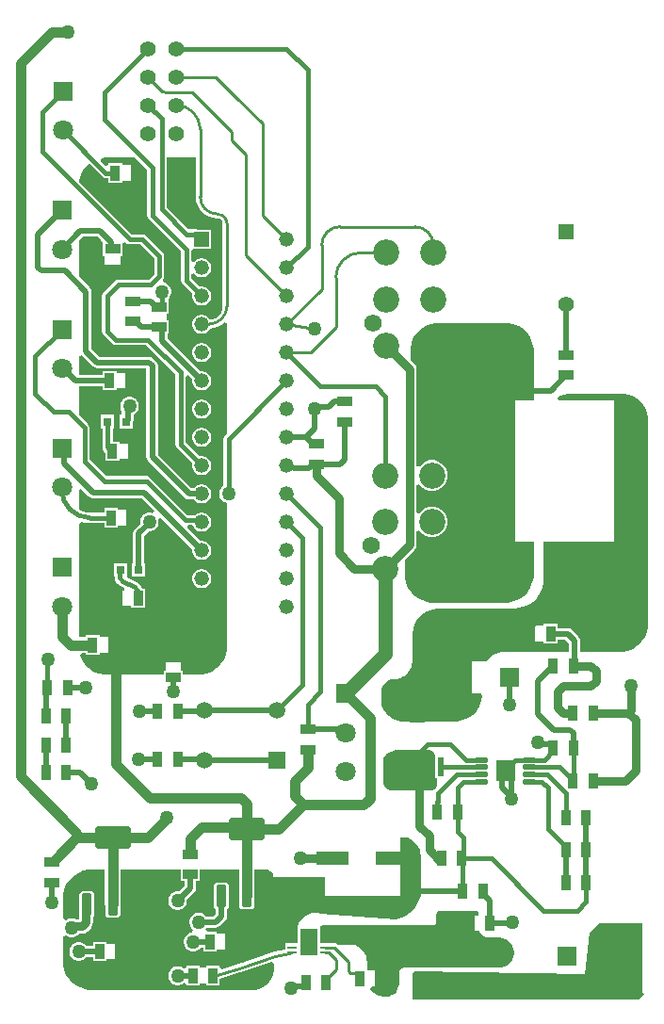
<source format=gbr>
%TF.GenerationSoftware,Altium Limited,Altium Designer,24.10.1 (45)*%
G04 Layer_Physical_Order=1*
G04 Layer_Color=255*
%FSLAX25Y25*%
%MOIN*%
%TF.SameCoordinates,F49E7BB8-28A7-4C0D-84C7-1FE184DCB0B3*%
%TF.FilePolarity,Positive*%
%TF.FileFunction,Copper,L1,Top,Signal*%
%TF.Part,Single*%
G01*
G75*
%TA.AperFunction,Conductor*%
%ADD10C,0.01500*%
%ADD11C,0.01000*%
%ADD12C,0.02000*%
%TA.AperFunction,SMDPad,CuDef*%
%ADD13R,0.10050X0.18500*%
%ADD14R,0.05300X0.03200*%
%ADD15R,0.02200X0.06550*%
%ADD16R,0.03150X0.03150*%
%ADD17R,0.03200X0.05300*%
%ADD18R,0.11800X0.04700*%
G04:AMPARAMS|DCode=19|XSize=77.95mil|YSize=127.17mil|CornerRadius=9.74mil|HoleSize=0mil|Usage=FLASHONLY|Rotation=90.000|XOffset=0mil|YOffset=0mil|HoleType=Round|Shape=RoundedRectangle|*
%AMROUNDEDRECTD19*
21,1,0.07795,0.10768,0,0,90.0*
21,1,0.05847,0.12717,0,0,90.0*
1,1,0.01949,0.05384,0.02923*
1,1,0.01949,0.05384,-0.02923*
1,1,0.01949,-0.05384,-0.02923*
1,1,0.01949,-0.05384,0.02923*
%
%ADD19ROUNDEDRECTD19*%
G04:AMPARAMS|DCode=20|XSize=77.95mil|YSize=36.61mil|CornerRadius=4.58mil|HoleSize=0mil|Usage=FLASHONLY|Rotation=90.000|XOffset=0mil|YOffset=0mil|HoleType=Round|Shape=RoundedRectangle|*
%AMROUNDEDRECTD20*
21,1,0.07795,0.02746,0,0,90.0*
21,1,0.06880,0.03661,0,0,90.0*
1,1,0.00915,0.01373,0.03440*
1,1,0.00915,0.01373,-0.03440*
1,1,0.00915,-0.01373,-0.03440*
1,1,0.00915,-0.01373,0.03440*
%
%ADD20ROUNDEDRECTD20*%
%TA.AperFunction,ConnectorPad*%
%ADD21R,0.03200X0.05300*%
%TA.AperFunction,SMDPad,CuDef*%
G04:AMPARAMS|DCode=22|XSize=17.72mil|YSize=45.28mil|CornerRadius=1.95mil|HoleSize=0mil|Usage=FLASHONLY|Rotation=270.000|XOffset=0mil|YOffset=0mil|HoleType=Round|Shape=RoundedRectangle|*
%AMROUNDEDRECTD22*
21,1,0.01772,0.04138,0,0,270.0*
21,1,0.01382,0.04528,0,0,270.0*
1,1,0.00390,-0.02069,-0.00691*
1,1,0.00390,-0.02069,0.00691*
1,1,0.00390,0.02069,0.00691*
1,1,0.00390,0.02069,-0.00691*
%
%ADD22ROUNDEDRECTD22*%
G04:AMPARAMS|DCode=23|XSize=68.11mil|YSize=72.84mil|CornerRadius=2.04mil|HoleSize=0mil|Usage=FLASHONLY|Rotation=180.000|XOffset=0mil|YOffset=0mil|HoleType=Round|Shape=RoundedRectangle|*
%AMROUNDEDRECTD23*
21,1,0.06811,0.06875,0,0,180.0*
21,1,0.06402,0.07284,0,0,180.0*
1,1,0.00409,-0.03201,0.03437*
1,1,0.00409,0.03201,0.03437*
1,1,0.00409,0.03201,-0.03437*
1,1,0.00409,-0.03201,-0.03437*
%
%ADD23ROUNDEDRECTD23*%
%ADD24R,0.03347X0.01102*%
%TA.AperFunction,SMDPad,SMDef*%
%ADD25R,0.06496X0.09449*%
%TA.AperFunction,SMDPad,CuDef*%
%ADD26R,0.06700X0.06500*%
%TA.AperFunction,Conductor*%
%ADD27C,0.03000*%
%ADD28C,0.03500*%
%ADD29C,0.05000*%
%TA.AperFunction,ComponentPad*%
%ADD30C,0.06200*%
%ADD31C,0.09200*%
%ADD32C,0.05500*%
%ADD33R,0.05600X0.05600*%
%ADD34C,0.05600*%
%ADD35C,0.07087*%
%ADD36R,0.07087X0.07087*%
%ADD37R,0.05200X0.05200*%
%ADD38C,0.05200*%
%ADD39R,0.07087X0.07087*%
%ADD40C,0.02000*%
%ADD41C,0.05900*%
%ADD42R,0.05900X0.05900*%
%TA.AperFunction,ViaPad*%
%ADD43C,0.05000*%
%ADD44C,0.01575*%
G36*
X308971Y389500D02*
X308964D01*
X309108Y388030D01*
X309537Y386616D01*
X310234Y385313D01*
X311171Y384171D01*
X312313Y383234D01*
X313616Y382537D01*
X315030Y382108D01*
X316500Y381964D01*
X316500Y381964D01*
X317407Y381739D01*
X317906Y381406D01*
X318337Y380761D01*
X318479Y380044D01*
X318471Y380000D01*
Y351000D01*
X318484Y350933D01*
X318323Y349708D01*
X317824Y348504D01*
X317030Y347470D01*
X315996Y346676D01*
X314792Y346177D01*
X314017Y346075D01*
X313721Y346588D01*
X313088Y347221D01*
X312312Y347668D01*
X311448Y347900D01*
X310552D01*
X309688Y347668D01*
X308912Y347221D01*
X308279Y346588D01*
X307832Y345812D01*
X307600Y344948D01*
Y344052D01*
X307832Y343188D01*
X308279Y342412D01*
X308912Y341779D01*
X309688Y341332D01*
X310552Y341100D01*
X311448D01*
X312312Y341332D01*
X313088Y341779D01*
X313721Y342412D01*
X314070Y343017D01*
X315068Y343116D01*
X316576Y343573D01*
X317966Y344316D01*
X319000Y345165D01*
X320000Y344882D01*
Y306023D01*
X319238Y305262D01*
X318851Y304683D01*
X318716Y304000D01*
Y287280D01*
X318474Y287141D01*
X317859Y286526D01*
X317425Y285774D01*
X317200Y284934D01*
Y284066D01*
X317425Y283226D01*
X317859Y282474D01*
X318474Y281859D01*
X319226Y281425D01*
X320000Y281218D01*
Y230500D01*
Y229515D01*
X319616Y227583D01*
X318862Y225763D01*
X317768Y224125D01*
X316375Y222732D01*
X314737Y221638D01*
X312917Y220884D01*
X310985Y220500D01*
X304450D01*
Y221850D01*
X303758D01*
Y224750D01*
X303727Y224827D01*
X303650Y224858D01*
X298350D01*
X298273Y224827D01*
X298242Y224750D01*
Y221850D01*
X297550D01*
Y220500D01*
X276515D01*
X274583Y220884D01*
X272763Y221638D01*
X271125Y222732D01*
X269732Y224125D01*
X268638Y225763D01*
X268032Y227226D01*
X268548Y228226D01*
X270050D01*
Y227550D01*
X274850D01*
Y228242D01*
X277750D01*
X277826Y228274D01*
X277858Y228350D01*
Y233650D01*
X277826Y233727D01*
X277750Y233758D01*
X274850D01*
Y234450D01*
X270050D01*
Y233774D01*
X267500D01*
Y273908D01*
X268500Y274636D01*
X269656Y274359D01*
X271500Y274214D01*
Y274216D01*
X276550D01*
Y272550D01*
X281350D01*
Y273242D01*
X284250D01*
X284327Y273273D01*
X284358Y273350D01*
Y278650D01*
X284327Y278727D01*
X284250Y278758D01*
X281350D01*
Y279450D01*
X276550D01*
Y277784D01*
X271500D01*
X271419Y277768D01*
X269893Y277919D01*
X268347Y278387D01*
X267500Y278840D01*
Y285810D01*
X268424Y286192D01*
X271058Y283558D01*
X271720Y283116D01*
X272500Y282961D01*
X289655D01*
X294160Y278456D01*
X294047Y278198D01*
X293573Y277629D01*
X292934Y277800D01*
X292066D01*
X291226Y277575D01*
X290474Y277141D01*
X289859Y276526D01*
X289425Y275774D01*
X289200Y274935D01*
Y274065D01*
X289254Y273864D01*
X287306Y271916D01*
X286864Y271254D01*
X286709Y270474D01*
Y259875D01*
X286373D01*
Y255125D01*
X291123D01*
Y259875D01*
X290787D01*
Y269629D01*
X292358Y271200D01*
X292934D01*
X293774Y271425D01*
X294526Y271859D01*
X295141Y272474D01*
X295575Y273226D01*
X295800Y274065D01*
Y274935D01*
X295629Y275573D01*
X296198Y276047D01*
X296456Y276160D01*
X307614Y265002D01*
X307600Y264948D01*
Y264052D01*
X307832Y263188D01*
X308279Y262412D01*
X308912Y261779D01*
X309688Y261332D01*
X310552Y261100D01*
X311448D01*
X312312Y261332D01*
X313088Y261779D01*
X313721Y262412D01*
X314168Y263188D01*
X314400Y264052D01*
Y264948D01*
X314168Y265812D01*
X313721Y266588D01*
X313088Y267221D01*
X312312Y267668D01*
X311448Y267900D01*
X310552D01*
X310498Y267885D01*
X305989Y272395D01*
X306403Y273395D01*
X307776D01*
X307832Y273188D01*
X308279Y272412D01*
X308912Y271779D01*
X309688Y271332D01*
X310552Y271100D01*
X311448D01*
X312312Y271332D01*
X313088Y271779D01*
X313721Y272412D01*
X314168Y273188D01*
X314400Y274052D01*
Y274948D01*
X314168Y275812D01*
X313721Y276588D01*
X313088Y277221D01*
X312312Y277668D01*
X311448Y277900D01*
X310552D01*
X309688Y277668D01*
X308912Y277221D01*
X308655Y276964D01*
X306060D01*
X292762Y290262D01*
X292183Y290649D01*
X291500Y290784D01*
X277239D01*
X271284Y296739D01*
Y308000D01*
X271148Y308683D01*
X270762Y309262D01*
X270762Y309262D01*
X267500Y312523D01*
Y322461D01*
X276050D01*
Y321050D01*
X280850D01*
Y321742D01*
X283750D01*
X283826Y321774D01*
X283858Y321850D01*
Y327150D01*
X283826Y327226D01*
X283750Y327258D01*
X280850D01*
Y327950D01*
X276050D01*
Y326539D01*
X267500D01*
Y333342D01*
X268500Y333645D01*
X268558Y333558D01*
X272558Y329558D01*
X273220Y329116D01*
X274000Y328961D01*
X291461D01*
Y297500D01*
X291616Y296720D01*
X292058Y296058D01*
X305058Y283058D01*
X305720Y282616D01*
X306500Y282461D01*
X306500Y282461D01*
X308251D01*
X308279Y282412D01*
X308912Y281779D01*
X309688Y281332D01*
X310552Y281100D01*
X311448D01*
X312312Y281332D01*
X313088Y281779D01*
X313721Y282412D01*
X314168Y283188D01*
X314400Y284052D01*
Y284948D01*
X314168Y285812D01*
X313721Y286588D01*
X313088Y287221D01*
X312312Y287668D01*
X311448Y287900D01*
X310552D01*
X309688Y287668D01*
X308912Y287221D01*
X308279Y286588D01*
X307322Y286561D01*
X295539Y298345D01*
Y329828D01*
X295384Y330609D01*
X294942Y331270D01*
X294942Y331270D01*
X293770Y332442D01*
X293109Y332884D01*
X292328Y333039D01*
X274845D01*
X272039Y335845D01*
Y356000D01*
X271884Y356780D01*
X271442Y357442D01*
X267500Y361384D01*
Y374116D01*
X268845Y375461D01*
X274155D01*
X275454Y374162D01*
X276050Y373450D01*
X276050D01*
X276050Y373450D01*
Y368650D01*
X276742D01*
Y365750D01*
X276774Y365673D01*
X276850Y365642D01*
X282150D01*
X282226Y365673D01*
X282258Y365750D01*
Y368650D01*
X282950D01*
Y373112D01*
X283896Y373581D01*
X284238Y373238D01*
X284817Y372851D01*
X285500Y372716D01*
X289261D01*
X294216Y367761D01*
Y362239D01*
X292261Y360284D01*
X281500D01*
X280817Y360149D01*
X280238Y359762D01*
X280238Y359762D01*
X276238Y355762D01*
X275851Y355183D01*
X275716Y354500D01*
Y342000D01*
X275851Y341317D01*
X276238Y340738D01*
X279238Y337738D01*
X279817Y337351D01*
X280500Y337216D01*
X291261D01*
X301716Y326761D01*
Y302000D01*
X301852Y301317D01*
X302238Y300738D01*
X307691Y295286D01*
X307600Y294948D01*
Y294052D01*
X307832Y293188D01*
X308279Y292412D01*
X308912Y291779D01*
X309688Y291332D01*
X310552Y291100D01*
X311448D01*
X312312Y291332D01*
X313088Y291779D01*
X313721Y292412D01*
X314168Y293188D01*
X314400Y294052D01*
Y294948D01*
X314168Y295812D01*
X313721Y296588D01*
X313088Y297221D01*
X312312Y297668D01*
X311448Y297900D01*
X310552D01*
X310214Y297809D01*
X305284Y302739D01*
Y326025D01*
X306208Y326408D01*
X307614Y325002D01*
X307600Y324948D01*
Y324052D01*
X307832Y323188D01*
X308279Y322412D01*
X308912Y321779D01*
X309688Y321332D01*
X310552Y321100D01*
X311448D01*
X312312Y321332D01*
X313088Y321779D01*
X313721Y322412D01*
X314168Y323188D01*
X314400Y324052D01*
Y324948D01*
X314168Y325812D01*
X313721Y326588D01*
X313088Y327221D01*
X312312Y327668D01*
X311448Y327900D01*
X310552D01*
X310498Y327886D01*
X299018Y339366D01*
Y341050D01*
X299450D01*
Y345850D01*
X298758D01*
Y348150D01*
X299450D01*
Y352950D01*
X299450D01*
X299568Y353901D01*
X299641Y353974D01*
X300075Y354726D01*
X300300Y355566D01*
Y356434D01*
X300075Y357274D01*
X299641Y358026D01*
X299026Y358641D01*
X298274Y359075D01*
X297674Y359236D01*
X297351Y359939D01*
X297303Y360300D01*
X297649Y360817D01*
X297784Y361500D01*
Y368500D01*
X297649Y369183D01*
X297262Y369762D01*
X291262Y375762D01*
X290683Y376149D01*
X290000Y376284D01*
X286239D01*
X267589Y394934D01*
X267884Y396417D01*
X268638Y398237D01*
X269732Y399875D01*
X271125Y401267D01*
X271235Y401341D01*
X275838Y396738D01*
X275838Y396738D01*
X276417Y396352D01*
X277100Y396216D01*
X278050D01*
Y394550D01*
X282850D01*
Y395242D01*
X285750D01*
X285826Y395273D01*
X285858Y395350D01*
Y400650D01*
X285826Y400727D01*
X285750Y400758D01*
X282850D01*
Y401450D01*
X278050D01*
Y400988D01*
X277050Y400573D01*
X275371Y402253D01*
X275700Y403338D01*
X276515Y403500D01*
X287477D01*
X291716Y399261D01*
Y383000D01*
X291851Y382317D01*
X292238Y381738D01*
X303716Y370261D01*
Y360000D01*
X303852Y359317D01*
X304238Y358738D01*
X307691Y355286D01*
X307600Y354948D01*
Y354052D01*
X307832Y353188D01*
X308279Y352412D01*
X308912Y351779D01*
X309688Y351332D01*
X310552Y351100D01*
X311448D01*
X312312Y351332D01*
X313088Y351779D01*
X313721Y352412D01*
X314168Y353188D01*
X314400Y354052D01*
Y354948D01*
X314168Y355812D01*
X313721Y356588D01*
X313088Y357221D01*
X312312Y357668D01*
X311448Y357900D01*
X310552D01*
X310214Y357809D01*
X307284Y360739D01*
Y362136D01*
X308261Y362407D01*
X308284Y362407D01*
X308912Y361779D01*
X309688Y361332D01*
X310552Y361100D01*
X311448D01*
X312312Y361332D01*
X313088Y361779D01*
X313721Y362412D01*
X314168Y363188D01*
X314400Y364052D01*
Y364948D01*
X314168Y365812D01*
X313721Y366588D01*
X313088Y367221D01*
X312312Y367668D01*
X311448Y367900D01*
X310552D01*
X309688Y367668D01*
X308912Y367221D01*
X308284Y366593D01*
X308261Y366593D01*
X307284Y366864D01*
Y370231D01*
X307575Y371030D01*
X308246Y371100D01*
X314400D01*
Y377900D01*
X309980D01*
X309833Y377998D01*
X309150Y378134D01*
X306389D01*
X298667Y385856D01*
Y403500D01*
X308971D01*
Y389500D01*
D02*
G37*
G36*
X421417Y344616D02*
X423237Y343862D01*
X424875Y342768D01*
X426267Y341375D01*
X427362Y339737D01*
X428116Y337917D01*
X428500Y335985D01*
Y335000D01*
Y317608D01*
X422175D01*
X422098Y317577D01*
X422067Y317500D01*
Y267500D01*
X422098Y267424D01*
X422175Y267392D01*
X428500D01*
Y256000D01*
Y255015D01*
X428116Y253083D01*
X427362Y251263D01*
X426267Y249625D01*
X424875Y248233D01*
X423237Y247138D01*
X421417Y246384D01*
X419485Y246000D01*
X392015D01*
X390083Y246384D01*
X388263Y247138D01*
X386625Y248233D01*
X385232Y249625D01*
X384138Y251263D01*
X383384Y253083D01*
X383000Y255015D01*
Y261359D01*
X386302Y264662D01*
X386855Y265489D01*
X387049Y266464D01*
Y271106D01*
X388049Y271374D01*
X388179Y271149D01*
X389184Y270144D01*
X390416Y269433D01*
X391789Y269065D01*
X393211D01*
X394584Y269433D01*
X395816Y270144D01*
X396821Y271149D01*
X397532Y272380D01*
X397900Y273754D01*
Y275175D01*
X397532Y276549D01*
X396821Y277780D01*
X395816Y278786D01*
X394584Y279497D01*
X393211Y279865D01*
X391789D01*
X390416Y279497D01*
X389184Y278786D01*
X388179Y277780D01*
X388049Y277555D01*
X387049Y277823D01*
Y287641D01*
X388049Y287909D01*
X388179Y287684D01*
X389184Y286679D01*
X390416Y285968D01*
X391789Y285600D01*
X393211D01*
X394584Y285968D01*
X395816Y286679D01*
X396821Y287684D01*
X397532Y288916D01*
X397900Y290289D01*
Y291711D01*
X397532Y293084D01*
X396821Y294316D01*
X395816Y295321D01*
X394584Y296032D01*
X393211Y296400D01*
X391789D01*
X390416Y296032D01*
X389184Y295321D01*
X388179Y294316D01*
X388049Y294091D01*
X387049Y294359D01*
Y328693D01*
X386855Y329669D01*
X386302Y330496D01*
X384924Y331874D01*
X385000Y334500D01*
Y335985D01*
X385384Y337917D01*
X386138Y339737D01*
X387232Y341375D01*
X388625Y342768D01*
X390263Y343862D01*
X392083Y344616D01*
X394015Y345000D01*
X419485D01*
X421417Y344616D01*
D02*
G37*
G36*
X462271Y319635D02*
X464000Y318919D01*
X465556Y317879D01*
X466879Y316556D01*
X467919Y315000D01*
X468635Y313271D01*
X469000Y311436D01*
Y310500D01*
Y238500D01*
Y237515D01*
X468616Y235583D01*
X467862Y233763D01*
X466768Y232125D01*
X465375Y230732D01*
X463737Y229638D01*
X461917Y228884D01*
X459985Y228500D01*
X445039D01*
Y232500D01*
X444884Y233280D01*
X444442Y233942D01*
X441942Y236442D01*
X441280Y236884D01*
X440500Y237039D01*
X436950D01*
Y238450D01*
X432150D01*
Y237758D01*
X429250D01*
X429174Y237726D01*
X429142Y237650D01*
Y232350D01*
X429174Y232274D01*
X429250Y232242D01*
X432150D01*
Y231550D01*
X436950D01*
Y232961D01*
X439655D01*
X440961Y231655D01*
Y228500D01*
X418000D01*
X417265Y228464D01*
X415823Y228177D01*
X414465Y227614D01*
X413242Y226798D01*
X412202Y225758D01*
X411835Y225208D01*
X406600D01*
X406524Y225177D01*
X406492Y225100D01*
Y213900D01*
X406524Y213824D01*
X406600Y213792D01*
X409908D01*
X410456Y212792D01*
X410116Y211083D01*
X409362Y209263D01*
X408267Y207625D01*
X406875Y206233D01*
X405237Y205138D01*
X403417Y204384D01*
X401485Y204000D01*
X394500D01*
X385041Y203589D01*
X384207Y204000D01*
X384207Y204000D01*
X381712D01*
X380167Y204307D01*
X378711Y204910D01*
X377400Y205786D01*
X376286Y206900D01*
X375411Y208211D01*
X374807Y209666D01*
X374500Y211212D01*
Y214493D01*
X374692Y215458D01*
X375069Y216368D01*
X375616Y217187D01*
X376313Y217884D01*
X377132Y218431D01*
X378042Y218808D01*
X379008Y219000D01*
X379500D01*
X380088Y219029D01*
X381242Y219258D01*
X382328Y219708D01*
X383306Y220362D01*
X384138Y221194D01*
X384791Y222172D01*
X385242Y223258D01*
X385471Y224412D01*
X385500Y225000D01*
Y234000D01*
Y234985D01*
X385884Y236917D01*
X386638Y238737D01*
X387733Y240375D01*
X389125Y241768D01*
X390763Y242862D01*
X392583Y243616D01*
X394515Y244000D01*
X422000D01*
X422980Y244048D01*
X424903Y244431D01*
X426714Y245181D01*
X428344Y246270D01*
X429730Y247656D01*
X430819Y249286D01*
X431569Y251097D01*
X431952Y253020D01*
X432000Y254000D01*
Y267392D01*
X456775D01*
X456851Y267424D01*
X456883Y267500D01*
Y317500D01*
X456851Y317577D01*
X456775Y317608D01*
X437187D01*
X436884Y318608D01*
X437263Y318862D01*
X439083Y319616D01*
X441015Y320000D01*
X460436D01*
X462271Y319635D01*
D02*
G37*
G36*
X391744Y193866D02*
X392381Y193602D01*
X392955Y193219D01*
X393334Y192840D01*
X393600Y191950D01*
X393600Y191950D01*
X393600D01*
X393600Y191950D01*
Y183800D01*
X394223D01*
X394223Y181500D01*
X394223Y181102D01*
X393972Y180496D01*
X393238Y179762D01*
X393233Y179753D01*
X392621Y179500D01*
X392223Y179500D01*
X378379D01*
X377702Y179634D01*
X377066Y179898D01*
X376492Y180281D01*
X376005Y180769D01*
X375622Y181342D01*
X375358Y181979D01*
X375223Y182655D01*
Y189500D01*
X375223Y189943D01*
X375396Y190813D01*
X375736Y191631D01*
X376228Y192369D01*
X376410Y192550D01*
X377223Y193000D01*
X379723Y194000D01*
X379723D01*
X379724Y194000D01*
X391068D01*
X391744Y193866D01*
D02*
G37*
G36*
X383896Y162750D02*
X385079Y162260D01*
X386143Y161549D01*
X387049Y160643D01*
X387760Y159579D01*
X388250Y158396D01*
X388443Y157426D01*
X388500Y156501D01*
Y156500D01*
X388500Y156500D01*
X388500Y156500D01*
X388500Y147500D01*
X388664Y146779D01*
X388801Y145307D01*
X388744Y143829D01*
X388495Y142371D01*
X388058Y140959D01*
X387440Y139615D01*
X386652Y138364D01*
X385707Y137226D01*
X384623Y136221D01*
X383416Y135367D01*
X382108Y134677D01*
X380721Y134164D01*
X380000Y134000D01*
X353000Y136000D01*
X352379Y136141D01*
X351110Y136239D01*
X349847Y136087D01*
X348638Y135691D01*
X347529Y135068D01*
X346563Y134240D01*
X345777Y133239D01*
X345202Y132104D01*
X345008Y131524D01*
X344902D01*
Y125383D01*
X340670D01*
Y123301D01*
X336696Y122462D01*
X336612Y122427D01*
X336522Y122415D01*
X333002Y121226D01*
X326410Y119000D01*
X325331Y118636D01*
X323860Y118139D01*
X318259Y116329D01*
X317450Y116918D01*
Y117450D01*
X312650D01*
Y116758D01*
X310350D01*
Y117450D01*
X305550D01*
Y117031D01*
X304550Y116617D01*
X304526Y116641D01*
X303774Y117075D01*
X302935Y117300D01*
X302065D01*
X301226Y117075D01*
X300474Y116641D01*
X299859Y116026D01*
X299425Y115274D01*
X299200Y114434D01*
Y113566D01*
X299425Y112726D01*
X299859Y111974D01*
X300474Y111359D01*
X301226Y110925D01*
X302065Y110700D01*
X302935D01*
X303774Y110925D01*
X304526Y111359D01*
X304550Y111383D01*
X305550Y110969D01*
Y110550D01*
X310350D01*
Y111242D01*
X312650D01*
Y110550D01*
X317450D01*
Y112854D01*
X324810Y115232D01*
X324819Y115237D01*
X324829Y115238D01*
X335688Y118905D01*
X336500Y118322D01*
Y115761D01*
X336212Y114312D01*
X335646Y112947D01*
X334826Y111719D01*
X333781Y110674D01*
X332553Y109854D01*
X331188Y109288D01*
X329739Y109000D01*
X271015D01*
X269083Y109384D01*
X267263Y110138D01*
X265625Y111232D01*
X264232Y112625D01*
X263138Y114263D01*
X262384Y116083D01*
X262000Y118015D01*
Y119000D01*
Y127919D01*
X262974Y128359D01*
X263726Y127925D01*
X264565Y127700D01*
X265435D01*
X266274Y127925D01*
X267026Y128359D01*
X267501Y128834D01*
X268688D01*
X269663Y129028D01*
X270490Y129580D01*
X271917Y131007D01*
X272469Y131834D01*
X272663Y132809D01*
Y134742D01*
X272725Y134783D01*
X273003Y135199D01*
X273100Y135690D01*
Y142570D01*
X273003Y143061D01*
X272725Y143477D01*
X272309Y143755D01*
X271818Y143852D01*
X269072D01*
X268581Y143755D01*
X268165Y143477D01*
X267887Y143061D01*
X267790Y142570D01*
Y139820D01*
X267759Y139775D01*
X267565Y138799D01*
Y133932D01*
X266522D01*
X266274Y134075D01*
X265435Y134300D01*
X264565D01*
X263726Y134075D01*
X262974Y133641D01*
X262000Y134081D01*
Y140500D01*
Y142485D01*
X262384Y144417D01*
X263138Y146237D01*
X264232Y147875D01*
X265625Y149267D01*
X267263Y150362D01*
X269083Y151116D01*
X271015Y151500D01*
X276726D01*
Y139130D01*
X276821Y138412D01*
X276845Y138354D01*
Y135690D01*
X276942Y135199D01*
X277220Y134783D01*
X277636Y134505D01*
X278127Y134408D01*
X280873D01*
X281364Y134505D01*
X281780Y134783D01*
X282058Y135199D01*
X282155Y135690D01*
Y138354D01*
X282179Y138412D01*
X282274Y139130D01*
Y151500D01*
X303550D01*
Y147500D01*
X304961D01*
Y145845D01*
X302916Y143800D01*
X302065D01*
X301226Y143575D01*
X300474Y143141D01*
X299859Y142526D01*
X299425Y141774D01*
X299200Y140934D01*
Y140066D01*
X299425Y139226D01*
X299859Y138474D01*
X300474Y137859D01*
X301226Y137425D01*
X302065Y137200D01*
X302935D01*
X303774Y137425D01*
X304526Y137859D01*
X305141Y138474D01*
X305575Y139226D01*
X305800Y140066D01*
Y140916D01*
X308442Y143558D01*
X308884Y144220D01*
X309039Y145000D01*
Y147500D01*
X310450D01*
Y151500D01*
X324226D01*
Y147593D01*
D01*
Y142130D01*
X324321Y141412D01*
X324345Y141354D01*
Y138690D01*
X324442Y138199D01*
X324720Y137783D01*
X325136Y137505D01*
X325627Y137408D01*
X328373D01*
X328864Y137505D01*
X329280Y137783D01*
X329558Y138199D01*
X329655Y138690D01*
Y141354D01*
X329679Y141412D01*
X329774Y142130D01*
Y149000D01*
Y151500D01*
X333795D01*
X334375Y151385D01*
X334921Y151159D01*
X335412Y150830D01*
X335830Y150412D01*
X336159Y149921D01*
X336385Y149375D01*
X336459Y149000D01*
X354692D01*
Y142300D01*
X354724Y142224D01*
X354800Y142192D01*
X381200D01*
X381276Y142224D01*
X381308Y142300D01*
Y152950D01*
X381276Y153026D01*
X381200Y153058D01*
X372658D01*
Y157942D01*
X381200D01*
X381276Y157974D01*
X381308Y158050D01*
Y163000D01*
X382000D01*
X382640Y163000D01*
X383896Y162750D01*
D02*
G37*
G36*
X467000Y108000D02*
X467500Y107500D01*
X465500Y105500D01*
X385500D01*
Y114787D01*
X386213Y115488D01*
X446500Y114500D01*
X448304Y129304D01*
X451500Y132500D01*
X467000D01*
Y108000D01*
D02*
G37*
G36*
X408566Y136848D02*
X408848Y136566D01*
X409000Y136199D01*
Y135258D01*
X407750D01*
X407674Y135227D01*
X407642Y135150D01*
Y129850D01*
X407674Y129773D01*
X407750Y129742D01*
X409420D01*
X409472Y129614D01*
X409908Y128962D01*
X410462Y128408D01*
X411114Y127972D01*
X411839Y127672D01*
X412608Y127519D01*
X413000Y127500D01*
X416542D01*
X417604Y127289D01*
X418605Y126874D01*
X419506Y126272D01*
X420272Y125506D01*
X420874Y124605D01*
X421289Y123604D01*
X421500Y122542D01*
Y121508D01*
X421308Y120542D01*
X420931Y119632D01*
X420384Y118813D01*
X419687Y118116D01*
X418868Y117569D01*
X417958Y117192D01*
X416993Y117000D01*
X383000D01*
X382610Y116962D01*
X381889Y116663D01*
X381337Y116111D01*
X381038Y115390D01*
X381000Y115000D01*
Y111007D01*
X380808Y110042D01*
X380431Y109132D01*
X379884Y108313D01*
X379187Y107616D01*
X378368Y107069D01*
X377458Y106692D01*
X376493Y106500D01*
X375360D01*
X374104Y106750D01*
X372921Y107240D01*
X371856Y107951D01*
X370951Y108856D01*
X370694Y109242D01*
X371228Y110242D01*
X372250D01*
X372326Y110274D01*
X372358Y110350D01*
Y115650D01*
X372326Y115726D01*
X372250Y115758D01*
X369500D01*
Y119000D01*
X369471Y119588D01*
X369242Y120742D01*
X368792Y121828D01*
X368138Y122806D01*
X367306Y123638D01*
X366328Y124292D01*
X365242Y124742D01*
X364088Y124971D01*
X363500Y125000D01*
X359163D01*
X359050Y125113D01*
X358554Y125444D01*
X357968Y125561D01*
X354757D01*
X354172Y125444D01*
X354079Y125383D01*
X352998D01*
Y131524D01*
X353831Y131929D01*
X354003Y132000D01*
X393000D01*
X393195Y132019D01*
X393556Y132168D01*
X393831Y132444D01*
X393981Y132805D01*
X394000Y133000D01*
Y135798D01*
X394228Y136350D01*
X394650Y136772D01*
X395202Y137000D01*
X408199D01*
X408566Y136848D01*
D02*
G37*
%LPC*%
G36*
X311448Y337900D02*
X310552D01*
X309688Y337668D01*
X308912Y337221D01*
X308279Y336588D01*
X307832Y335812D01*
X307600Y334948D01*
Y334052D01*
X307832Y333188D01*
X308279Y332412D01*
X308912Y331779D01*
X309688Y331332D01*
X310552Y331100D01*
X311448D01*
X312312Y331332D01*
X313088Y331779D01*
X313721Y332412D01*
X314168Y333188D01*
X314400Y334052D01*
Y334948D01*
X314168Y335812D01*
X313721Y336588D01*
X313088Y337221D01*
X312312Y337668D01*
X311448Y337900D01*
D02*
G37*
G36*
Y317900D02*
X310552D01*
X309688Y317668D01*
X308912Y317221D01*
X308279Y316588D01*
X307832Y315812D01*
X307600Y314948D01*
Y314052D01*
X307832Y313188D01*
X308279Y312412D01*
X308912Y311779D01*
X309688Y311332D01*
X310552Y311100D01*
X311448D01*
X312312Y311332D01*
X313088Y311779D01*
X313721Y312412D01*
X314168Y313188D01*
X314400Y314052D01*
Y314948D01*
X314168Y315812D01*
X313721Y316588D01*
X313088Y317221D01*
X312312Y317668D01*
X311448Y317900D01*
D02*
G37*
G36*
X285934Y318800D02*
X285066D01*
X284226Y318575D01*
X283474Y318141D01*
X282859Y317526D01*
X282425Y316774D01*
X282200Y315934D01*
Y315066D01*
X282425Y314226D01*
X282784Y313605D01*
Y312375D01*
X281873D01*
Y307625D01*
X286623D01*
Y309669D01*
X286707Y309794D01*
X286862Y310575D01*
Y312476D01*
X287526Y312859D01*
X288141Y313474D01*
X288575Y314226D01*
X288800Y315066D01*
Y315934D01*
X288575Y316774D01*
X288141Y317526D01*
X287526Y318141D01*
X286774Y318575D01*
X285934Y318800D01*
D02*
G37*
G36*
X311448Y307900D02*
X310552D01*
X309688Y307668D01*
X308912Y307221D01*
X308279Y306588D01*
X307832Y305812D01*
X307600Y304948D01*
Y304052D01*
X307832Y303188D01*
X308279Y302412D01*
X308912Y301779D01*
X309688Y301332D01*
X310552Y301100D01*
X311448D01*
X312312Y301332D01*
X313088Y301779D01*
X313721Y302412D01*
X314168Y303188D01*
X314400Y304052D01*
Y304948D01*
X314168Y305812D01*
X313721Y306588D01*
X313088Y307221D01*
X312312Y307668D01*
X311448Y307900D01*
D02*
G37*
G36*
X280127Y312375D02*
X275377D01*
Y307625D01*
X275968D01*
Y301198D01*
X275981Y301131D01*
X276091Y300298D01*
X276438Y299459D01*
X276991Y298739D01*
X277050Y298693D01*
Y296050D01*
X281850D01*
Y296742D01*
X284750D01*
X284826Y296774D01*
X284858Y296850D01*
Y302150D01*
X284826Y302226D01*
X284750Y302258D01*
X281850D01*
Y302950D01*
X279536D01*
Y307625D01*
X280127D01*
Y312375D01*
D02*
G37*
G36*
X311448Y257900D02*
X310552D01*
X309688Y257668D01*
X308912Y257221D01*
X308279Y256588D01*
X307832Y255812D01*
X307600Y254948D01*
Y254052D01*
X307832Y253188D01*
X308279Y252412D01*
X308912Y251779D01*
X309688Y251332D01*
X310552Y251100D01*
X311448D01*
X312312Y251332D01*
X313088Y251779D01*
X313721Y252412D01*
X314168Y253188D01*
X314400Y254052D01*
Y254948D01*
X314168Y255812D01*
X313721Y256588D01*
X313088Y257221D01*
X312312Y257668D01*
X311448Y257900D01*
D02*
G37*
G36*
X284627Y259875D02*
X279877D01*
Y255125D01*
X280287D01*
Y254936D01*
X280305Y254843D01*
X280405Y254087D01*
X280732Y253296D01*
X281253Y252618D01*
X281932Y252097D01*
X282097Y252028D01*
X282214Y251945D01*
X283781Y251236D01*
X283571Y250258D01*
X283250D01*
X283173Y250226D01*
X283142Y250150D01*
Y244850D01*
X283173Y244774D01*
X283250Y244742D01*
X286150D01*
Y244050D01*
X290950D01*
Y250950D01*
X289973D01*
X289965Y251011D01*
X289633Y251814D01*
X289104Y252504D01*
X288414Y253032D01*
X288241Y253104D01*
X288124Y253188D01*
X285345Y254445D01*
X284627Y255125D01*
Y259875D01*
D02*
G37*
G36*
X319318Y146852D02*
X316572D01*
X316081Y146755D01*
X315665Y146477D01*
X315387Y146061D01*
X315289Y145570D01*
Y138690D01*
X315387Y138199D01*
X315665Y137783D01*
X315906Y137622D01*
Y135790D01*
X315155Y135039D01*
X312628D01*
X312026Y135641D01*
X311274Y136075D01*
X310435Y136300D01*
X309565D01*
X308726Y136075D01*
X307974Y135641D01*
X307359Y135026D01*
X306925Y134274D01*
X306700Y133434D01*
Y132566D01*
X306925Y131726D01*
X307359Y130974D01*
X307974Y130359D01*
X308077Y130300D01*
X307809Y129300D01*
X307565D01*
X306726Y129075D01*
X305974Y128641D01*
X305359Y128026D01*
X304925Y127274D01*
X304700Y126434D01*
Y125566D01*
X304925Y124726D01*
X305359Y123974D01*
X305974Y123359D01*
X306726Y122925D01*
X307565Y122700D01*
X308435D01*
X309274Y122925D01*
X310026Y123359D01*
X310550Y123883D01*
X311550Y123773D01*
Y122550D01*
X316350D01*
Y123242D01*
X319250D01*
X319326Y123274D01*
X319358Y123350D01*
Y128650D01*
X319326Y128726D01*
X319250Y128758D01*
X316350D01*
Y129450D01*
X312824D01*
X312405Y130431D01*
X312889Y130961D01*
X316000D01*
X316780Y131116D01*
X317442Y131558D01*
X319387Y133503D01*
X319387Y133503D01*
X319829Y134165D01*
X319984Y134945D01*
X319984Y134945D01*
Y137622D01*
X320225Y137783D01*
X320503Y138199D01*
X320600Y138690D01*
Y145570D01*
X320503Y146061D01*
X320225Y146477D01*
X319809Y146755D01*
X319318Y146852D01*
D02*
G37*
G36*
X277300Y125950D02*
X272500D01*
Y124539D01*
X270128D01*
X269526Y125141D01*
X268774Y125575D01*
X267934Y125800D01*
X267066D01*
X266226Y125575D01*
X265474Y125141D01*
X264859Y124526D01*
X264425Y123774D01*
X264200Y122934D01*
Y122066D01*
X264425Y121226D01*
X264859Y120474D01*
X265474Y119859D01*
X266226Y119425D01*
X267066Y119200D01*
X267934D01*
X268774Y119425D01*
X269526Y119859D01*
X270128Y120461D01*
X272500D01*
Y119050D01*
X277300D01*
Y119742D01*
X280200D01*
X280276Y119773D01*
X280308Y119850D01*
Y125150D01*
X280276Y125226D01*
X280200Y125258D01*
X277300D01*
Y125950D01*
D02*
G37*
%LPD*%
D10*
X277752Y301198D02*
G03*
X279450Y299500I1698J0D01*
G01*
X282071Y254936D02*
G03*
X282948Y253571I1500J0D01*
G01*
X288300Y250150D02*
G03*
X287389Y251562I-1550J0D01*
G01*
X261500Y286000D02*
G03*
X271500Y276000I10000J0D01*
G01*
X292000Y339000D02*
X303500Y327500D01*
X277500Y342000D02*
X280500Y339000D01*
X292000D01*
X296000Y350550D02*
X296150D01*
X297000Y351400D01*
Y356000D01*
X420469Y188705D02*
X422102Y190339D01*
X426866D01*
X420469Y188469D02*
Y188705D01*
X432339Y190339D02*
X435450Y193450D01*
X426866Y190339D02*
X432339D01*
X435450Y193450D02*
Y194500D01*
X444000Y137000D02*
X447050Y140050D01*
Y147000D01*
X432000Y137000D02*
X444000D01*
X413500Y155500D02*
X432000Y137000D01*
X403050Y155500D02*
X413500D01*
X305500Y360000D02*
Y371000D01*
Y360000D02*
X311000Y354500D01*
X276500Y289000D02*
X291500D01*
X305321Y275180D02*
X310320D01*
X291500Y289000D02*
X305321Y275180D01*
X310320D02*
X311000Y274500D01*
X269500Y296000D02*
X276500Y289000D01*
X303500Y302000D02*
Y327500D01*
Y302000D02*
X311000Y294500D01*
X277752Y301198D02*
Y310000D01*
X269500Y296000D02*
Y308000D01*
X264000Y313500D02*
X269500Y308000D01*
X276500Y417000D02*
Y426500D01*
X292000Y442000D01*
X276500Y417000D02*
X293500Y400000D01*
Y383000D02*
Y400000D01*
Y383000D02*
X305500Y371000D01*
X254500Y405500D02*
Y419380D01*
Y405500D02*
X285500Y374500D01*
X254500Y419380D02*
X262000Y426880D01*
Y413100D02*
X277100Y398000D01*
X280450D01*
X285500Y374500D02*
X290000D01*
X277500Y342000D02*
Y354500D01*
X281500Y358500D01*
X293000D01*
X296000Y361500D01*
Y368500D01*
X290000Y374500D02*
X296000Y368500D01*
X258500Y313500D02*
X264000D01*
X256500Y225000D02*
Y226000D01*
X256450Y224950D02*
X256500Y225000D01*
X256450Y216000D02*
Y224950D01*
X320500Y304000D02*
X341000Y324500D01*
X320500Y284500D02*
Y304000D01*
X341000Y334500D02*
X353000Y322500D01*
X372500D01*
X442550Y223500D02*
X443000Y223950D01*
X442500Y194450D02*
X442550Y194500D01*
X442450Y183000D02*
X442500Y183050D01*
Y194450D01*
X348500Y210000D02*
X353000Y214500D01*
X348500Y201050D02*
Y210000D01*
X353000Y214500D02*
Y272500D01*
X341000Y284500D02*
X353000Y272500D01*
X337500Y208000D02*
X346500Y217000D01*
Y269000D01*
X341000Y274500D02*
X346500Y269000D01*
X252000Y320000D02*
X258500Y313500D01*
X252000Y320000D02*
Y333179D01*
X261500Y342680D01*
X387500Y192000D02*
Y192500D01*
X391000Y196000D01*
X399000D01*
X404661Y190339D02*
X410134D01*
X399000Y196000D02*
X404661Y190339D01*
X403250Y144200D02*
Y155300D01*
X403050Y155500D02*
X403250Y155300D01*
Y144200D02*
X403450Y144000D01*
X403050Y155500D02*
X403500Y155950D01*
Y163000D01*
X401550Y164950D02*
Y172000D01*
Y164950D02*
X403500Y163000D01*
X401500Y172050D02*
X401550Y172000D01*
X401500Y172050D02*
Y180500D01*
X403661Y182661D01*
X410134D01*
X394500Y175446D02*
Y178500D01*
X394450Y172000D02*
Y175396D01*
X394500Y175446D01*
Y178500D02*
X401221Y185221D01*
X410134D01*
X433280D02*
X439950Y178550D01*
Y170000D02*
Y178550D01*
X426866Y185221D02*
X433280D01*
X433500Y166000D02*
Y180500D01*
X426866Y182661D02*
X431339D01*
X433500Y180500D01*
X440550Y184900D02*
X441600D01*
X442450Y183000D02*
Y184050D01*
X441600Y184900D02*
X442450Y184050D01*
X437671Y187779D02*
X440550Y184900D01*
X426866Y187779D02*
X437671D01*
X439950Y158500D02*
Y159550D01*
X433500Y166000D02*
X439950Y159550D01*
X375965Y291000D02*
Y319035D01*
X372500Y322500D02*
X375965Y319035D01*
X341000Y364500D02*
X348500Y372000D01*
X341000Y442000D02*
X348500Y434500D01*
Y372000D02*
Y434500D01*
X302000Y442000D02*
X341000D01*
X305650Y376350D02*
X309150D01*
X311000Y374500D01*
X296883Y385117D02*
X305650Y376350D01*
X296883Y385117D02*
Y417117D01*
X292000Y422000D02*
X296883Y417117D01*
X282071Y256675D02*
X282252Y257500D01*
X282071Y254936D02*
Y256675D01*
X282948Y253571D02*
X282953Y253569D01*
X287389Y251562D01*
X288300Y249400D02*
Y250150D01*
Y249400D02*
X288550Y247500D01*
X261500Y286000D02*
Y286800D01*
X271500Y276000D02*
X278950D01*
X396100Y187871D02*
X408370D01*
D11*
X310500Y389500D02*
G03*
X316500Y383500I6000J0D01*
G01*
X360000Y379000D02*
G03*
X353500Y372500I0J-6500D01*
G01*
X367303Y369803D02*
G03*
X358500Y361000I0J-8803D01*
G01*
X297146Y426854D02*
G03*
X298000Y426500I854J854D01*
G01*
X313500Y344500D02*
G03*
X320000Y351000I0J6500D01*
G01*
Y380000D02*
G03*
X316500Y383500I-3500J0D01*
G01*
X310500Y413500D02*
G03*
X302000Y422000I-8500J0D01*
G01*
X362000Y200000D02*
G03*
X359465Y201050I-2535J-2535D01*
G01*
X392996Y372504D02*
G03*
X386500Y379000I-6496J0D01*
G01*
X307500Y426500D02*
X321500Y412500D01*
Y409500D02*
X326500Y404500D01*
X321500Y409500D02*
Y412500D01*
X302858Y426500D02*
X307500D01*
X326500Y369000D02*
Y404500D01*
Y369000D02*
X338102Y357398D01*
X332500Y383000D02*
Y415500D01*
Y383000D02*
X341000Y374500D01*
X323071Y424929D02*
X332500Y415500D01*
X341970Y122012D02*
X343143Y122063D01*
X337012Y120966D02*
X341970Y122012D01*
X324340Y116687D02*
X337012Y120966D01*
X354757Y122063D02*
X355879D01*
X358500Y119442D01*
Y116050D02*
Y119442D01*
X355000Y112550D02*
X358500Y116050D01*
X355000Y111500D02*
Y112550D01*
X363586Y114914D02*
X365850D01*
X366950Y113000D02*
Y113814D01*
X365850Y114914D02*
X366950Y113814D01*
X363000Y115500D02*
X363586Y114914D01*
X363000Y115500D02*
Y119000D01*
X357968Y124031D02*
X363000Y119000D01*
X354757Y124031D02*
X357968D01*
X310500Y389500D02*
Y413500D01*
X353500Y357000D02*
Y372500D01*
X358500Y356142D02*
Y361000D01*
X341000Y344500D02*
X351000Y343000D01*
X349535Y334500D02*
X358500Y343464D01*
Y356142D01*
X341000Y334500D02*
X349535D01*
X367303Y369803D02*
X376461D01*
X315050Y114000D02*
X315427Y113807D01*
X324340Y116687D01*
X298000Y426500D02*
X302858D01*
X338102Y357398D02*
X338102D01*
X341000Y354500D01*
X311000Y344500D02*
X313500D01*
X320000Y351000D02*
Y380000D01*
X323071Y424929D02*
Y424929D01*
X306000Y432000D02*
X316000D01*
X323071Y424929D01*
X323071Y424929D01*
X302000Y432000D02*
X306000D01*
X292000D02*
X297147Y426854D01*
X395500Y187875D02*
X396100Y187871D01*
X408370D02*
X410134Y187779D01*
X341000Y344500D02*
X353500Y357000D01*
X392996Y369803D02*
Y372504D01*
X360000Y379000D02*
X386500D01*
D12*
X311909Y190284D02*
G03*
X311387Y190500I-523J-523D01*
G01*
X308000Y126000D02*
X313950D01*
X316000Y133000D02*
X317945Y134945D01*
Y141581D01*
X310000Y133000D02*
X316000D01*
X348000Y304500D02*
X351000Y307500D01*
Y314500D01*
X302500Y140500D02*
X307000Y145000D01*
Y149900D01*
X430000Y195688D02*
Y196500D01*
X430574Y195926D02*
X434850D01*
X435450Y194500D02*
Y195326D01*
X434850Y195926D02*
X435450Y195326D01*
X386000Y144000D02*
X403450D01*
X417208Y180604D02*
Y184531D01*
Y180604D02*
X420500Y177312D01*
Y184500D01*
Y176500D02*
Y177312D01*
X416532Y184531D02*
X417208D01*
X420469D02*
X420500Y184500D01*
X419950Y219500D02*
X420000Y219450D01*
Y210000D02*
Y219450D01*
X356128Y315074D02*
X358104Y317050D01*
X351574Y315074D02*
X356128D01*
X358104Y317050D02*
X361500D01*
X351000Y314500D02*
X351574Y315074D01*
X350450Y302050D02*
X351500D01*
X341000Y304500D02*
X348000D01*
X350450Y302050D01*
X292950Y352550D02*
X294950Y350550D01*
X286500Y352550D02*
X292950D01*
X294950Y350550D02*
X296000D01*
X301000Y214500D02*
Y219450D01*
X263550Y216000D02*
X270000D01*
X258000Y140000D02*
Y146950D01*
X267500Y122500D02*
X274900D01*
X302500Y114000D02*
X307950D01*
X347900Y110674D02*
Y111500D01*
X347300Y110074D02*
X347900Y110674D01*
X343074Y110074D02*
X347300D01*
X342500Y109500D02*
X343074Y110074D01*
X288500Y190500D02*
X295450D01*
X289000Y207500D02*
X295450D01*
X296000Y343450D02*
X296378D01*
X289550D02*
X296000D01*
X261500Y328900D02*
X261954D01*
X266354Y324500D01*
X278450D01*
X272500Y285000D02*
X290500D01*
X311000Y264500D01*
X279000Y371550D02*
Y373500D01*
Y371550D02*
X279500Y371050D01*
X275000Y377500D02*
X279000Y373500D01*
X268000Y377500D02*
X275000D01*
X261500Y371000D02*
X268000Y377500D01*
X274000Y331000D02*
X292328D01*
X293500Y329828D01*
X306500Y284500D02*
X311000D01*
X293500Y297500D02*
X306500Y284500D01*
X293500Y297500D02*
Y329828D01*
X261500Y300580D02*
X262292Y299787D01*
Y295208D02*
Y299787D01*
Y295208D02*
X272500Y285000D01*
X296978Y338522D02*
Y342850D01*
Y338522D02*
X311000Y324500D01*
X296378Y343450D02*
X296978Y342850D01*
X288748Y257500D02*
Y270474D01*
X292500Y274226D02*
Y274500D01*
X288748Y270474D02*
X292500Y274226D01*
X443000Y223950D02*
Y232500D01*
X434550Y235000D02*
X440500D01*
X443000Y232500D01*
X348500Y201050D02*
X359465D01*
X263050Y195500D02*
Y206000D01*
Y186000D02*
X268000D01*
X272000Y182000D01*
X270000Y335000D02*
X274000Y331000D01*
X270000Y335000D02*
Y356000D01*
X262500Y363500D02*
X270000Y356000D01*
X253000Y364672D02*
Y376279D01*
Y364672D02*
X254172Y363500D01*
X262500D01*
X253000Y376279D02*
X261500Y384780D01*
X284823Y310575D02*
Y314011D01*
X285500Y314688D01*
X284248Y310000D02*
X284823Y310575D01*
X285500Y314688D02*
Y315500D01*
X279550Y244550D02*
X281450Y246450D01*
Y247500D01*
X279550Y231000D02*
Y244550D01*
X435500Y201000D02*
X441378D01*
X442550Y194500D02*
Y199828D01*
X441378Y201000D02*
X442550Y199828D01*
X430000Y206500D02*
X435500Y201000D01*
X430000Y206500D02*
Y218050D01*
X435450Y223500D01*
X439950Y147000D02*
Y158500D01*
X447050D02*
Y170000D01*
Y147000D02*
Y158500D01*
X361500Y296500D02*
Y309950D01*
X359950Y294950D02*
X361500Y296500D01*
X351500Y294950D02*
X359950D01*
X349000Y293500D02*
X350450Y294950D01*
X351500D01*
X343772Y293500D02*
X349000D01*
X341612Y293888D02*
X343384D01*
X343772Y293500D01*
X341000Y294500D02*
X341612Y293888D01*
X287550Y345450D02*
X289550Y343450D01*
X286500Y345450D02*
X287550D01*
X434550Y321000D02*
X440000Y326450D01*
X420500Y321000D02*
X434550D01*
X440000Y333550D02*
Y351500D01*
X410550Y142950D02*
X413050Y140450D01*
Y132500D02*
Y140450D01*
Y132500D02*
X420500D01*
X421000Y133000D01*
X410550Y142950D02*
Y144000D01*
X255950Y206000D02*
Y214793D01*
Y186000D02*
Y195500D01*
X302550Y190500D02*
X311387D01*
X311909Y190284D02*
X337500D01*
X311909Y208000D02*
X337500D01*
X302550Y207500D02*
X310702D01*
D13*
X462000Y292500D02*
D03*
X416950D02*
D03*
D14*
X296000Y350550D02*
D03*
Y343450D02*
D03*
X286500Y345450D02*
D03*
Y352550D02*
D03*
X351500Y294950D02*
D03*
Y302050D02*
D03*
X279500Y371050D02*
D03*
Y363950D02*
D03*
X348500Y201050D02*
D03*
Y193950D02*
D03*
X361500Y317050D02*
D03*
Y309950D02*
D03*
X307000Y149900D02*
D03*
Y157000D02*
D03*
X301000Y226550D02*
D03*
Y219450D02*
D03*
X258000Y146950D02*
D03*
Y154050D02*
D03*
X440000Y333550D02*
D03*
Y326450D02*
D03*
D15*
X380500Y187875D02*
D03*
X385500D02*
D03*
X390500D02*
D03*
X395500D02*
D03*
Y210125D02*
D03*
X390500D02*
D03*
X385500D02*
D03*
X380500D02*
D03*
D16*
X277752Y310000D02*
D03*
X284248D02*
D03*
X288748Y257500D02*
D03*
X282252D02*
D03*
D17*
X413050Y132500D02*
D03*
X405950D02*
D03*
X410550Y144000D02*
D03*
X403450D02*
D03*
X395950Y155500D02*
D03*
X403050D02*
D03*
X263550Y216000D02*
D03*
X256450D02*
D03*
X302550Y190500D02*
D03*
X295450D02*
D03*
X302550Y207500D02*
D03*
X295450D02*
D03*
X286550Y299500D02*
D03*
X279450D02*
D03*
X281450Y247500D02*
D03*
X288550D02*
D03*
X278950Y276000D02*
D03*
X286050D02*
D03*
X278450Y324500D02*
D03*
X285550D02*
D03*
X280450Y398000D02*
D03*
X287550D02*
D03*
X272450Y231000D02*
D03*
X279550D02*
D03*
X255950Y186000D02*
D03*
X263050D02*
D03*
Y195500D02*
D03*
X255950D02*
D03*
X263050Y206000D02*
D03*
X255950D02*
D03*
X313950Y126000D02*
D03*
X321050D02*
D03*
X307950Y114000D02*
D03*
X315050D02*
D03*
X439950Y147000D02*
D03*
X447050D02*
D03*
X435450Y223500D02*
D03*
X442550D02*
D03*
X274900Y122500D02*
D03*
X282000D02*
D03*
X435450Y194500D02*
D03*
X442550D02*
D03*
X439950Y158500D02*
D03*
X447050D02*
D03*
X394450Y172000D02*
D03*
X401550D02*
D03*
X347900Y111500D02*
D03*
X355000D02*
D03*
X442450Y183000D02*
D03*
X449550D02*
D03*
X439950Y170000D02*
D03*
X447050D02*
D03*
X374050Y113000D02*
D03*
X366950D02*
D03*
X434550Y235000D02*
D03*
X427450D02*
D03*
D18*
X357350Y155500D02*
D03*
X378650D02*
D03*
D19*
X327000Y165870D02*
D03*
X279500Y162870D02*
D03*
D20*
X336055Y142130D02*
D03*
X327000D02*
D03*
X317945D02*
D03*
X270445Y139130D02*
D03*
X279500D02*
D03*
X288555D02*
D03*
D21*
X442450Y207000D02*
D03*
X449550D02*
D03*
D22*
X410134Y190339D02*
D03*
Y187779D02*
D03*
Y185221D02*
D03*
Y182661D02*
D03*
X426866Y190339D02*
D03*
Y187779D02*
D03*
Y185221D02*
D03*
Y182661D02*
D03*
D23*
X418500Y186500D02*
D03*
D24*
X354757Y122063D02*
D03*
Y124031D02*
D03*
Y126000D02*
D03*
Y127969D02*
D03*
Y129937D02*
D03*
X343143D02*
D03*
Y127969D02*
D03*
Y126000D02*
D03*
Y124031D02*
D03*
Y122063D02*
D03*
D25*
X348950Y126000D02*
D03*
D26*
X403050Y219500D02*
D03*
X419950D02*
D03*
D27*
X359500Y263500D02*
Y283000D01*
X351500Y291000D02*
Y293500D01*
Y291000D02*
X359500Y283000D01*
X346000Y155500D02*
X357350D01*
X270114Y138799D02*
X270445Y139130D01*
X270114Y132809D02*
Y138799D01*
X265383Y131383D02*
X268688D01*
X270114Y132809D01*
X265000Y131000D02*
X265383Y131383D01*
X463000Y208000D02*
Y216500D01*
X448743Y223500D02*
X450500Y221743D01*
X448743Y216500D02*
X450500Y218257D01*
X439000Y216500D02*
X448743D01*
X444500Y223500D02*
X448743D01*
X450500Y218257D02*
Y221743D01*
X462000Y207000D02*
X463000Y208000D01*
X391500Y158500D02*
X395000Y155000D01*
X391500Y158500D02*
Y163500D01*
X388000Y167000D02*
X391500Y163500D01*
X388000Y167000D02*
Y182500D01*
X388500Y183000D01*
X451000D02*
X461000D01*
X437000Y214500D02*
X439000Y216500D01*
X437000Y209000D02*
Y214500D01*
X439000Y207000D02*
X441000D01*
X437000Y209000D02*
X439000Y207000D01*
X450500D02*
X462000D01*
X464500Y204500D01*
Y186500D02*
Y204500D01*
X461000Y183000D02*
X464500Y186500D01*
X376461Y336732D02*
X384500Y328693D01*
Y266464D02*
Y328693D01*
X375965Y257929D02*
X384500Y266464D01*
X365071Y257929D02*
X375965D01*
X359500Y263500D02*
X365071Y257929D01*
D28*
X321500Y120000D02*
X329000Y127500D01*
X299000Y124500D02*
X303500Y120000D01*
X321500D01*
X288555Y128305D02*
X299000Y124500D01*
X280500Y189000D02*
X292500Y177000D01*
X280500Y189000D02*
Y231000D01*
X282500D02*
X287500Y226000D01*
X298500Y169500D02*
Y170000D01*
X291870Y162870D02*
X298500Y169500D01*
X279500Y162870D02*
X291870D01*
X258000Y448000D02*
X263500D01*
X247000Y437000D02*
X258000Y448000D01*
X247000Y184500D02*
Y437000D01*
Y184500D02*
X266820Y164680D01*
X292500Y177000D02*
X324950D01*
X266820Y162870D02*
Y164680D01*
X280500Y231000D02*
X282500D01*
X287500Y226000D02*
X289000D01*
X307175Y244175D01*
X310675D01*
X311000Y244500D01*
X264500Y231000D02*
X271500D01*
X261500Y234000D02*
X264500Y231000D01*
X261500Y234000D02*
Y244700D01*
X262186Y244014D01*
X302225Y227775D02*
X311000Y236550D01*
Y244500D01*
X324950Y177000D02*
X327000Y174950D01*
Y165870D02*
Y174950D01*
X282750Y122500D02*
X288555Y128305D01*
Y139130D01*
X258975Y155025D02*
X266820Y162870D01*
X279500D01*
Y139130D02*
Y162870D01*
X326370Y166500D02*
X327000Y165870D01*
X311000Y166500D02*
X326370D01*
X307000Y158000D02*
Y162500D01*
X311000Y166500D01*
X327000Y142130D02*
Y165870D01*
X348500Y187500D02*
Y193000D01*
X344000Y177500D02*
X347000Y174500D01*
X344000Y183000D02*
X348500Y187500D01*
X344000Y177500D02*
Y183000D01*
X368450Y174500D02*
X370500Y176550D01*
X347000Y174500D02*
X368450D01*
X362000Y213779D02*
X370500Y205279D01*
Y176550D02*
Y205279D01*
X338370Y165870D02*
X347000Y174500D01*
X327000Y165870D02*
X338370D01*
D29*
X362000Y213779D02*
X375965Y227745D01*
Y257929D01*
D30*
X371004Y266197D02*
D03*
X371500Y345000D02*
D03*
D31*
X375965Y257929D02*
D03*
Y274465D02*
D03*
Y291000D02*
D03*
X392500Y257929D02*
D03*
Y274465D02*
D03*
Y291000D02*
D03*
X392996Y369803D02*
D03*
Y353268D02*
D03*
Y336732D02*
D03*
X376461Y369803D02*
D03*
Y353268D02*
D03*
Y336732D02*
D03*
D32*
X393158Y122500D02*
D03*
X403000D02*
D03*
X412843D02*
D03*
Y109508D02*
D03*
X403000D02*
D03*
X393158D02*
D03*
X302000Y442000D02*
D03*
Y432000D02*
D03*
Y422000D02*
D03*
Y412000D02*
D03*
X292000D02*
D03*
Y422000D02*
D03*
Y432000D02*
D03*
Y442000D02*
D03*
D33*
X440000Y377091D02*
D03*
D34*
Y351500D02*
D03*
D35*
X262000Y413100D02*
D03*
X261500Y244700D02*
D03*
Y371000D02*
D03*
Y328900D02*
D03*
Y286800D02*
D03*
X362000Y186221D02*
D03*
Y200000D02*
D03*
X454000Y121000D02*
D03*
D36*
X262000Y426880D02*
D03*
X261500Y258479D02*
D03*
Y384780D02*
D03*
Y342680D02*
D03*
Y300580D02*
D03*
X362000Y213779D02*
D03*
D37*
X311000Y374500D02*
D03*
D38*
Y364500D02*
D03*
Y354500D02*
D03*
Y344500D02*
D03*
Y334500D02*
D03*
Y324500D02*
D03*
Y314500D02*
D03*
Y304500D02*
D03*
Y294500D02*
D03*
Y284500D02*
D03*
Y274500D02*
D03*
Y264500D02*
D03*
Y254500D02*
D03*
Y244500D02*
D03*
X341000D02*
D03*
Y254500D02*
D03*
Y264500D02*
D03*
Y274500D02*
D03*
Y284500D02*
D03*
Y294500D02*
D03*
Y304500D02*
D03*
Y314500D02*
D03*
Y324500D02*
D03*
Y334500D02*
D03*
Y344500D02*
D03*
Y354500D02*
D03*
Y364500D02*
D03*
Y374500D02*
D03*
D39*
X440220Y121000D02*
D03*
D40*
X350500Y129100D02*
D03*
Y126000D02*
D03*
Y122900D02*
D03*
X347400Y129100D02*
D03*
Y126000D02*
D03*
Y122900D02*
D03*
D41*
X311909Y190284D02*
D03*
Y208000D02*
D03*
X337500D02*
D03*
D42*
Y190284D02*
D03*
D43*
X297000Y356000D02*
D03*
X308000Y126000D02*
D03*
X310000Y133000D02*
D03*
X302500Y140500D02*
D03*
X430000Y196500D02*
D03*
X346000Y155500D02*
D03*
X420500Y176500D02*
D03*
X420000Y210000D02*
D03*
X351000Y314500D02*
D03*
X301000Y214500D02*
D03*
X258000Y140000D02*
D03*
X265000Y131000D02*
D03*
X267500Y122500D02*
D03*
X302500Y114000D02*
D03*
X342500Y109500D02*
D03*
X288500Y190500D02*
D03*
X270000Y216000D02*
D03*
X289000Y207500D02*
D03*
X463000Y216500D02*
D03*
X292500Y274500D02*
D03*
X256500Y226000D02*
D03*
X320500Y284500D02*
D03*
X298500Y170000D02*
D03*
X263500Y448000D02*
D03*
X373000Y129000D02*
D03*
X272000Y182000D02*
D03*
X285500Y315500D02*
D03*
X351000Y343000D02*
D03*
X421000Y133000D02*
D03*
D44*
X420469Y184531D02*
D03*
X416532D02*
D03*
X420469Y188469D02*
D03*
X416532D02*
D03*
%TF.MD5,9b44ab89ead472447897d9feceb7a404*%
M02*

</source>
